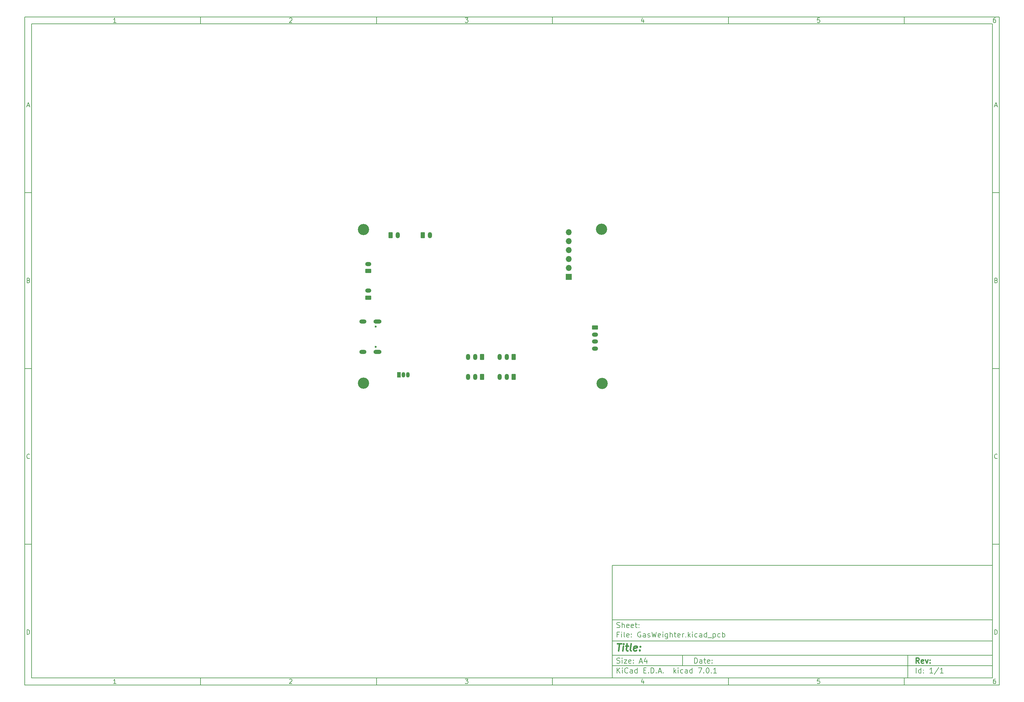
<source format=gbr>
%TF.GenerationSoftware,KiCad,Pcbnew,7.0.1*%
%TF.CreationDate,2023-11-23T19:52:31+01:00*%
%TF.ProjectId,GasWeighter,47617357-6569-4676-9874-65722e6b6963,rev?*%
%TF.SameCoordinates,Original*%
%TF.FileFunction,Soldermask,Bot*%
%TF.FilePolarity,Negative*%
%FSLAX46Y46*%
G04 Gerber Fmt 4.6, Leading zero omitted, Abs format (unit mm)*
G04 Created by KiCad (PCBNEW 7.0.1) date 2023-11-23 19:52:31*
%MOMM*%
%LPD*%
G01*
G04 APERTURE LIST*
G04 Aperture macros list*
%AMRoundRect*
0 Rectangle with rounded corners*
0 $1 Rounding radius*
0 $2 $3 $4 $5 $6 $7 $8 $9 X,Y pos of 4 corners*
0 Add a 4 corners polygon primitive as box body*
4,1,4,$2,$3,$4,$5,$6,$7,$8,$9,$2,$3,0*
0 Add four circle primitives for the rounded corners*
1,1,$1+$1,$2,$3*
1,1,$1+$1,$4,$5*
1,1,$1+$1,$6,$7*
1,1,$1+$1,$8,$9*
0 Add four rect primitives between the rounded corners*
20,1,$1+$1,$2,$3,$4,$5,0*
20,1,$1+$1,$4,$5,$6,$7,0*
20,1,$1+$1,$6,$7,$8,$9,0*
20,1,$1+$1,$8,$9,$2,$3,0*%
G04 Aperture macros list end*
%ADD10C,0.100000*%
%ADD11C,0.150000*%
%ADD12C,0.300000*%
%ADD13C,0.400000*%
%ADD14C,3.200000*%
%ADD15RoundRect,0.250000X-0.350000X-0.625000X0.350000X-0.625000X0.350000X0.625000X-0.350000X0.625000X0*%
%ADD16O,1.200000X1.750000*%
%ADD17RoundRect,0.250000X0.350000X0.625000X-0.350000X0.625000X-0.350000X-0.625000X0.350000X-0.625000X0*%
%ADD18C,0.600000*%
%ADD19O,2.300000X1.200000*%
%ADD20O,2.000000X1.200000*%
%ADD21R,1.700000X1.700000*%
%ADD22O,1.700000X1.700000*%
%ADD23R,1.050000X1.500000*%
%ADD24O,1.050000X1.500000*%
%ADD25RoundRect,0.250000X0.625000X-0.350000X0.625000X0.350000X-0.625000X0.350000X-0.625000X-0.350000X0*%
%ADD26O,1.750000X1.200000*%
%ADD27RoundRect,0.250000X-0.625000X0.350000X-0.625000X-0.350000X0.625000X-0.350000X0.625000X0.350000X0*%
G04 APERTURE END LIST*
D10*
D11*
X177002200Y-166007200D02*
X285002200Y-166007200D01*
X285002200Y-198007200D01*
X177002200Y-198007200D01*
X177002200Y-166007200D01*
D10*
D11*
X10000000Y-10000000D02*
X287002200Y-10000000D01*
X287002200Y-200007200D01*
X10000000Y-200007200D01*
X10000000Y-10000000D01*
D10*
D11*
X12000000Y-12000000D02*
X285002200Y-12000000D01*
X285002200Y-198007200D01*
X12000000Y-198007200D01*
X12000000Y-12000000D01*
D10*
D11*
X60000000Y-12000000D02*
X60000000Y-10000000D01*
D10*
D11*
X110000000Y-12000000D02*
X110000000Y-10000000D01*
D10*
D11*
X160000000Y-12000000D02*
X160000000Y-10000000D01*
D10*
D11*
X210000000Y-12000000D02*
X210000000Y-10000000D01*
D10*
D11*
X260000000Y-12000000D02*
X260000000Y-10000000D01*
D10*
D11*
X35990476Y-11601404D02*
X35247619Y-11601404D01*
X35619047Y-11601404D02*
X35619047Y-10301404D01*
X35619047Y-10301404D02*
X35495238Y-10487119D01*
X35495238Y-10487119D02*
X35371428Y-10610928D01*
X35371428Y-10610928D02*
X35247619Y-10672833D01*
D10*
D11*
X85247619Y-10425214D02*
X85309523Y-10363309D01*
X85309523Y-10363309D02*
X85433333Y-10301404D01*
X85433333Y-10301404D02*
X85742857Y-10301404D01*
X85742857Y-10301404D02*
X85866666Y-10363309D01*
X85866666Y-10363309D02*
X85928571Y-10425214D01*
X85928571Y-10425214D02*
X85990476Y-10549023D01*
X85990476Y-10549023D02*
X85990476Y-10672833D01*
X85990476Y-10672833D02*
X85928571Y-10858547D01*
X85928571Y-10858547D02*
X85185714Y-11601404D01*
X85185714Y-11601404D02*
X85990476Y-11601404D01*
D10*
D11*
X135185714Y-10301404D02*
X135990476Y-10301404D01*
X135990476Y-10301404D02*
X135557142Y-10796642D01*
X135557142Y-10796642D02*
X135742857Y-10796642D01*
X135742857Y-10796642D02*
X135866666Y-10858547D01*
X135866666Y-10858547D02*
X135928571Y-10920452D01*
X135928571Y-10920452D02*
X135990476Y-11044261D01*
X135990476Y-11044261D02*
X135990476Y-11353785D01*
X135990476Y-11353785D02*
X135928571Y-11477595D01*
X135928571Y-11477595D02*
X135866666Y-11539500D01*
X135866666Y-11539500D02*
X135742857Y-11601404D01*
X135742857Y-11601404D02*
X135371428Y-11601404D01*
X135371428Y-11601404D02*
X135247619Y-11539500D01*
X135247619Y-11539500D02*
X135185714Y-11477595D01*
D10*
D11*
X185866666Y-10734738D02*
X185866666Y-11601404D01*
X185557142Y-10239500D02*
X185247619Y-11168071D01*
X185247619Y-11168071D02*
X186052380Y-11168071D01*
D10*
D11*
X235928571Y-10301404D02*
X235309523Y-10301404D01*
X235309523Y-10301404D02*
X235247619Y-10920452D01*
X235247619Y-10920452D02*
X235309523Y-10858547D01*
X235309523Y-10858547D02*
X235433333Y-10796642D01*
X235433333Y-10796642D02*
X235742857Y-10796642D01*
X235742857Y-10796642D02*
X235866666Y-10858547D01*
X235866666Y-10858547D02*
X235928571Y-10920452D01*
X235928571Y-10920452D02*
X235990476Y-11044261D01*
X235990476Y-11044261D02*
X235990476Y-11353785D01*
X235990476Y-11353785D02*
X235928571Y-11477595D01*
X235928571Y-11477595D02*
X235866666Y-11539500D01*
X235866666Y-11539500D02*
X235742857Y-11601404D01*
X235742857Y-11601404D02*
X235433333Y-11601404D01*
X235433333Y-11601404D02*
X235309523Y-11539500D01*
X235309523Y-11539500D02*
X235247619Y-11477595D01*
D10*
D11*
X285866666Y-10301404D02*
X285619047Y-10301404D01*
X285619047Y-10301404D02*
X285495238Y-10363309D01*
X285495238Y-10363309D02*
X285433333Y-10425214D01*
X285433333Y-10425214D02*
X285309523Y-10610928D01*
X285309523Y-10610928D02*
X285247619Y-10858547D01*
X285247619Y-10858547D02*
X285247619Y-11353785D01*
X285247619Y-11353785D02*
X285309523Y-11477595D01*
X285309523Y-11477595D02*
X285371428Y-11539500D01*
X285371428Y-11539500D02*
X285495238Y-11601404D01*
X285495238Y-11601404D02*
X285742857Y-11601404D01*
X285742857Y-11601404D02*
X285866666Y-11539500D01*
X285866666Y-11539500D02*
X285928571Y-11477595D01*
X285928571Y-11477595D02*
X285990476Y-11353785D01*
X285990476Y-11353785D02*
X285990476Y-11044261D01*
X285990476Y-11044261D02*
X285928571Y-10920452D01*
X285928571Y-10920452D02*
X285866666Y-10858547D01*
X285866666Y-10858547D02*
X285742857Y-10796642D01*
X285742857Y-10796642D02*
X285495238Y-10796642D01*
X285495238Y-10796642D02*
X285371428Y-10858547D01*
X285371428Y-10858547D02*
X285309523Y-10920452D01*
X285309523Y-10920452D02*
X285247619Y-11044261D01*
D10*
D11*
X60000000Y-198007200D02*
X60000000Y-200007200D01*
D10*
D11*
X110000000Y-198007200D02*
X110000000Y-200007200D01*
D10*
D11*
X160000000Y-198007200D02*
X160000000Y-200007200D01*
D10*
D11*
X210000000Y-198007200D02*
X210000000Y-200007200D01*
D10*
D11*
X260000000Y-198007200D02*
X260000000Y-200007200D01*
D10*
D11*
X35990476Y-199608604D02*
X35247619Y-199608604D01*
X35619047Y-199608604D02*
X35619047Y-198308604D01*
X35619047Y-198308604D02*
X35495238Y-198494319D01*
X35495238Y-198494319D02*
X35371428Y-198618128D01*
X35371428Y-198618128D02*
X35247619Y-198680033D01*
D10*
D11*
X85247619Y-198432414D02*
X85309523Y-198370509D01*
X85309523Y-198370509D02*
X85433333Y-198308604D01*
X85433333Y-198308604D02*
X85742857Y-198308604D01*
X85742857Y-198308604D02*
X85866666Y-198370509D01*
X85866666Y-198370509D02*
X85928571Y-198432414D01*
X85928571Y-198432414D02*
X85990476Y-198556223D01*
X85990476Y-198556223D02*
X85990476Y-198680033D01*
X85990476Y-198680033D02*
X85928571Y-198865747D01*
X85928571Y-198865747D02*
X85185714Y-199608604D01*
X85185714Y-199608604D02*
X85990476Y-199608604D01*
D10*
D11*
X135185714Y-198308604D02*
X135990476Y-198308604D01*
X135990476Y-198308604D02*
X135557142Y-198803842D01*
X135557142Y-198803842D02*
X135742857Y-198803842D01*
X135742857Y-198803842D02*
X135866666Y-198865747D01*
X135866666Y-198865747D02*
X135928571Y-198927652D01*
X135928571Y-198927652D02*
X135990476Y-199051461D01*
X135990476Y-199051461D02*
X135990476Y-199360985D01*
X135990476Y-199360985D02*
X135928571Y-199484795D01*
X135928571Y-199484795D02*
X135866666Y-199546700D01*
X135866666Y-199546700D02*
X135742857Y-199608604D01*
X135742857Y-199608604D02*
X135371428Y-199608604D01*
X135371428Y-199608604D02*
X135247619Y-199546700D01*
X135247619Y-199546700D02*
X135185714Y-199484795D01*
D10*
D11*
X185866666Y-198741938D02*
X185866666Y-199608604D01*
X185557142Y-198246700D02*
X185247619Y-199175271D01*
X185247619Y-199175271D02*
X186052380Y-199175271D01*
D10*
D11*
X235928571Y-198308604D02*
X235309523Y-198308604D01*
X235309523Y-198308604D02*
X235247619Y-198927652D01*
X235247619Y-198927652D02*
X235309523Y-198865747D01*
X235309523Y-198865747D02*
X235433333Y-198803842D01*
X235433333Y-198803842D02*
X235742857Y-198803842D01*
X235742857Y-198803842D02*
X235866666Y-198865747D01*
X235866666Y-198865747D02*
X235928571Y-198927652D01*
X235928571Y-198927652D02*
X235990476Y-199051461D01*
X235990476Y-199051461D02*
X235990476Y-199360985D01*
X235990476Y-199360985D02*
X235928571Y-199484795D01*
X235928571Y-199484795D02*
X235866666Y-199546700D01*
X235866666Y-199546700D02*
X235742857Y-199608604D01*
X235742857Y-199608604D02*
X235433333Y-199608604D01*
X235433333Y-199608604D02*
X235309523Y-199546700D01*
X235309523Y-199546700D02*
X235247619Y-199484795D01*
D10*
D11*
X285866666Y-198308604D02*
X285619047Y-198308604D01*
X285619047Y-198308604D02*
X285495238Y-198370509D01*
X285495238Y-198370509D02*
X285433333Y-198432414D01*
X285433333Y-198432414D02*
X285309523Y-198618128D01*
X285309523Y-198618128D02*
X285247619Y-198865747D01*
X285247619Y-198865747D02*
X285247619Y-199360985D01*
X285247619Y-199360985D02*
X285309523Y-199484795D01*
X285309523Y-199484795D02*
X285371428Y-199546700D01*
X285371428Y-199546700D02*
X285495238Y-199608604D01*
X285495238Y-199608604D02*
X285742857Y-199608604D01*
X285742857Y-199608604D02*
X285866666Y-199546700D01*
X285866666Y-199546700D02*
X285928571Y-199484795D01*
X285928571Y-199484795D02*
X285990476Y-199360985D01*
X285990476Y-199360985D02*
X285990476Y-199051461D01*
X285990476Y-199051461D02*
X285928571Y-198927652D01*
X285928571Y-198927652D02*
X285866666Y-198865747D01*
X285866666Y-198865747D02*
X285742857Y-198803842D01*
X285742857Y-198803842D02*
X285495238Y-198803842D01*
X285495238Y-198803842D02*
X285371428Y-198865747D01*
X285371428Y-198865747D02*
X285309523Y-198927652D01*
X285309523Y-198927652D02*
X285247619Y-199051461D01*
D10*
D11*
X10000000Y-60000000D02*
X12000000Y-60000000D01*
D10*
D11*
X10000000Y-110000000D02*
X12000000Y-110000000D01*
D10*
D11*
X10000000Y-160000000D02*
X12000000Y-160000000D01*
D10*
D11*
X10690476Y-35229976D02*
X11309523Y-35229976D01*
X10566666Y-35601404D02*
X10999999Y-34301404D01*
X10999999Y-34301404D02*
X11433333Y-35601404D01*
D10*
D11*
X11092857Y-84920452D02*
X11278571Y-84982357D01*
X11278571Y-84982357D02*
X11340476Y-85044261D01*
X11340476Y-85044261D02*
X11402380Y-85168071D01*
X11402380Y-85168071D02*
X11402380Y-85353785D01*
X11402380Y-85353785D02*
X11340476Y-85477595D01*
X11340476Y-85477595D02*
X11278571Y-85539500D01*
X11278571Y-85539500D02*
X11154761Y-85601404D01*
X11154761Y-85601404D02*
X10659523Y-85601404D01*
X10659523Y-85601404D02*
X10659523Y-84301404D01*
X10659523Y-84301404D02*
X11092857Y-84301404D01*
X11092857Y-84301404D02*
X11216666Y-84363309D01*
X11216666Y-84363309D02*
X11278571Y-84425214D01*
X11278571Y-84425214D02*
X11340476Y-84549023D01*
X11340476Y-84549023D02*
X11340476Y-84672833D01*
X11340476Y-84672833D02*
X11278571Y-84796642D01*
X11278571Y-84796642D02*
X11216666Y-84858547D01*
X11216666Y-84858547D02*
X11092857Y-84920452D01*
X11092857Y-84920452D02*
X10659523Y-84920452D01*
D10*
D11*
X11402380Y-135477595D02*
X11340476Y-135539500D01*
X11340476Y-135539500D02*
X11154761Y-135601404D01*
X11154761Y-135601404D02*
X11030952Y-135601404D01*
X11030952Y-135601404D02*
X10845238Y-135539500D01*
X10845238Y-135539500D02*
X10721428Y-135415690D01*
X10721428Y-135415690D02*
X10659523Y-135291880D01*
X10659523Y-135291880D02*
X10597619Y-135044261D01*
X10597619Y-135044261D02*
X10597619Y-134858547D01*
X10597619Y-134858547D02*
X10659523Y-134610928D01*
X10659523Y-134610928D02*
X10721428Y-134487119D01*
X10721428Y-134487119D02*
X10845238Y-134363309D01*
X10845238Y-134363309D02*
X11030952Y-134301404D01*
X11030952Y-134301404D02*
X11154761Y-134301404D01*
X11154761Y-134301404D02*
X11340476Y-134363309D01*
X11340476Y-134363309D02*
X11402380Y-134425214D01*
D10*
D11*
X10659523Y-185601404D02*
X10659523Y-184301404D01*
X10659523Y-184301404D02*
X10969047Y-184301404D01*
X10969047Y-184301404D02*
X11154761Y-184363309D01*
X11154761Y-184363309D02*
X11278571Y-184487119D01*
X11278571Y-184487119D02*
X11340476Y-184610928D01*
X11340476Y-184610928D02*
X11402380Y-184858547D01*
X11402380Y-184858547D02*
X11402380Y-185044261D01*
X11402380Y-185044261D02*
X11340476Y-185291880D01*
X11340476Y-185291880D02*
X11278571Y-185415690D01*
X11278571Y-185415690D02*
X11154761Y-185539500D01*
X11154761Y-185539500D02*
X10969047Y-185601404D01*
X10969047Y-185601404D02*
X10659523Y-185601404D01*
D10*
D11*
X287002200Y-60000000D02*
X285002200Y-60000000D01*
D10*
D11*
X287002200Y-110000000D02*
X285002200Y-110000000D01*
D10*
D11*
X287002200Y-160000000D02*
X285002200Y-160000000D01*
D10*
D11*
X285692676Y-35229976D02*
X286311723Y-35229976D01*
X285568866Y-35601404D02*
X286002199Y-34301404D01*
X286002199Y-34301404D02*
X286435533Y-35601404D01*
D10*
D11*
X286095057Y-84920452D02*
X286280771Y-84982357D01*
X286280771Y-84982357D02*
X286342676Y-85044261D01*
X286342676Y-85044261D02*
X286404580Y-85168071D01*
X286404580Y-85168071D02*
X286404580Y-85353785D01*
X286404580Y-85353785D02*
X286342676Y-85477595D01*
X286342676Y-85477595D02*
X286280771Y-85539500D01*
X286280771Y-85539500D02*
X286156961Y-85601404D01*
X286156961Y-85601404D02*
X285661723Y-85601404D01*
X285661723Y-85601404D02*
X285661723Y-84301404D01*
X285661723Y-84301404D02*
X286095057Y-84301404D01*
X286095057Y-84301404D02*
X286218866Y-84363309D01*
X286218866Y-84363309D02*
X286280771Y-84425214D01*
X286280771Y-84425214D02*
X286342676Y-84549023D01*
X286342676Y-84549023D02*
X286342676Y-84672833D01*
X286342676Y-84672833D02*
X286280771Y-84796642D01*
X286280771Y-84796642D02*
X286218866Y-84858547D01*
X286218866Y-84858547D02*
X286095057Y-84920452D01*
X286095057Y-84920452D02*
X285661723Y-84920452D01*
D10*
D11*
X286404580Y-135477595D02*
X286342676Y-135539500D01*
X286342676Y-135539500D02*
X286156961Y-135601404D01*
X286156961Y-135601404D02*
X286033152Y-135601404D01*
X286033152Y-135601404D02*
X285847438Y-135539500D01*
X285847438Y-135539500D02*
X285723628Y-135415690D01*
X285723628Y-135415690D02*
X285661723Y-135291880D01*
X285661723Y-135291880D02*
X285599819Y-135044261D01*
X285599819Y-135044261D02*
X285599819Y-134858547D01*
X285599819Y-134858547D02*
X285661723Y-134610928D01*
X285661723Y-134610928D02*
X285723628Y-134487119D01*
X285723628Y-134487119D02*
X285847438Y-134363309D01*
X285847438Y-134363309D02*
X286033152Y-134301404D01*
X286033152Y-134301404D02*
X286156961Y-134301404D01*
X286156961Y-134301404D02*
X286342676Y-134363309D01*
X286342676Y-134363309D02*
X286404580Y-134425214D01*
D10*
D11*
X285661723Y-185601404D02*
X285661723Y-184301404D01*
X285661723Y-184301404D02*
X285971247Y-184301404D01*
X285971247Y-184301404D02*
X286156961Y-184363309D01*
X286156961Y-184363309D02*
X286280771Y-184487119D01*
X286280771Y-184487119D02*
X286342676Y-184610928D01*
X286342676Y-184610928D02*
X286404580Y-184858547D01*
X286404580Y-184858547D02*
X286404580Y-185044261D01*
X286404580Y-185044261D02*
X286342676Y-185291880D01*
X286342676Y-185291880D02*
X286280771Y-185415690D01*
X286280771Y-185415690D02*
X286156961Y-185539500D01*
X286156961Y-185539500D02*
X285971247Y-185601404D01*
X285971247Y-185601404D02*
X285661723Y-185601404D01*
D10*
D11*
X200359342Y-193801128D02*
X200359342Y-192301128D01*
X200359342Y-192301128D02*
X200716485Y-192301128D01*
X200716485Y-192301128D02*
X200930771Y-192372557D01*
X200930771Y-192372557D02*
X201073628Y-192515414D01*
X201073628Y-192515414D02*
X201145057Y-192658271D01*
X201145057Y-192658271D02*
X201216485Y-192943985D01*
X201216485Y-192943985D02*
X201216485Y-193158271D01*
X201216485Y-193158271D02*
X201145057Y-193443985D01*
X201145057Y-193443985D02*
X201073628Y-193586842D01*
X201073628Y-193586842D02*
X200930771Y-193729700D01*
X200930771Y-193729700D02*
X200716485Y-193801128D01*
X200716485Y-193801128D02*
X200359342Y-193801128D01*
X202502200Y-193801128D02*
X202502200Y-193015414D01*
X202502200Y-193015414D02*
X202430771Y-192872557D01*
X202430771Y-192872557D02*
X202287914Y-192801128D01*
X202287914Y-192801128D02*
X202002200Y-192801128D01*
X202002200Y-192801128D02*
X201859342Y-192872557D01*
X202502200Y-193729700D02*
X202359342Y-193801128D01*
X202359342Y-193801128D02*
X202002200Y-193801128D01*
X202002200Y-193801128D02*
X201859342Y-193729700D01*
X201859342Y-193729700D02*
X201787914Y-193586842D01*
X201787914Y-193586842D02*
X201787914Y-193443985D01*
X201787914Y-193443985D02*
X201859342Y-193301128D01*
X201859342Y-193301128D02*
X202002200Y-193229700D01*
X202002200Y-193229700D02*
X202359342Y-193229700D01*
X202359342Y-193229700D02*
X202502200Y-193158271D01*
X203002200Y-192801128D02*
X203573628Y-192801128D01*
X203216485Y-192301128D02*
X203216485Y-193586842D01*
X203216485Y-193586842D02*
X203287914Y-193729700D01*
X203287914Y-193729700D02*
X203430771Y-193801128D01*
X203430771Y-193801128D02*
X203573628Y-193801128D01*
X204645057Y-193729700D02*
X204502200Y-193801128D01*
X204502200Y-193801128D02*
X204216486Y-193801128D01*
X204216486Y-193801128D02*
X204073628Y-193729700D01*
X204073628Y-193729700D02*
X204002200Y-193586842D01*
X204002200Y-193586842D02*
X204002200Y-193015414D01*
X204002200Y-193015414D02*
X204073628Y-192872557D01*
X204073628Y-192872557D02*
X204216486Y-192801128D01*
X204216486Y-192801128D02*
X204502200Y-192801128D01*
X204502200Y-192801128D02*
X204645057Y-192872557D01*
X204645057Y-192872557D02*
X204716486Y-193015414D01*
X204716486Y-193015414D02*
X204716486Y-193158271D01*
X204716486Y-193158271D02*
X204002200Y-193301128D01*
X205359342Y-193658271D02*
X205430771Y-193729700D01*
X205430771Y-193729700D02*
X205359342Y-193801128D01*
X205359342Y-193801128D02*
X205287914Y-193729700D01*
X205287914Y-193729700D02*
X205359342Y-193658271D01*
X205359342Y-193658271D02*
X205359342Y-193801128D01*
X205359342Y-192872557D02*
X205430771Y-192943985D01*
X205430771Y-192943985D02*
X205359342Y-193015414D01*
X205359342Y-193015414D02*
X205287914Y-192943985D01*
X205287914Y-192943985D02*
X205359342Y-192872557D01*
X205359342Y-192872557D02*
X205359342Y-193015414D01*
D10*
D11*
X177002200Y-194507200D02*
X285002200Y-194507200D01*
D10*
D11*
X178359342Y-196601128D02*
X178359342Y-195101128D01*
X179216485Y-196601128D02*
X178573628Y-195743985D01*
X179216485Y-195101128D02*
X178359342Y-195958271D01*
X179859342Y-196601128D02*
X179859342Y-195601128D01*
X179859342Y-195101128D02*
X179787914Y-195172557D01*
X179787914Y-195172557D02*
X179859342Y-195243985D01*
X179859342Y-195243985D02*
X179930771Y-195172557D01*
X179930771Y-195172557D02*
X179859342Y-195101128D01*
X179859342Y-195101128D02*
X179859342Y-195243985D01*
X181430771Y-196458271D02*
X181359343Y-196529700D01*
X181359343Y-196529700D02*
X181145057Y-196601128D01*
X181145057Y-196601128D02*
X181002200Y-196601128D01*
X181002200Y-196601128D02*
X180787914Y-196529700D01*
X180787914Y-196529700D02*
X180645057Y-196386842D01*
X180645057Y-196386842D02*
X180573628Y-196243985D01*
X180573628Y-196243985D02*
X180502200Y-195958271D01*
X180502200Y-195958271D02*
X180502200Y-195743985D01*
X180502200Y-195743985D02*
X180573628Y-195458271D01*
X180573628Y-195458271D02*
X180645057Y-195315414D01*
X180645057Y-195315414D02*
X180787914Y-195172557D01*
X180787914Y-195172557D02*
X181002200Y-195101128D01*
X181002200Y-195101128D02*
X181145057Y-195101128D01*
X181145057Y-195101128D02*
X181359343Y-195172557D01*
X181359343Y-195172557D02*
X181430771Y-195243985D01*
X182716486Y-196601128D02*
X182716486Y-195815414D01*
X182716486Y-195815414D02*
X182645057Y-195672557D01*
X182645057Y-195672557D02*
X182502200Y-195601128D01*
X182502200Y-195601128D02*
X182216486Y-195601128D01*
X182216486Y-195601128D02*
X182073628Y-195672557D01*
X182716486Y-196529700D02*
X182573628Y-196601128D01*
X182573628Y-196601128D02*
X182216486Y-196601128D01*
X182216486Y-196601128D02*
X182073628Y-196529700D01*
X182073628Y-196529700D02*
X182002200Y-196386842D01*
X182002200Y-196386842D02*
X182002200Y-196243985D01*
X182002200Y-196243985D02*
X182073628Y-196101128D01*
X182073628Y-196101128D02*
X182216486Y-196029700D01*
X182216486Y-196029700D02*
X182573628Y-196029700D01*
X182573628Y-196029700D02*
X182716486Y-195958271D01*
X184073629Y-196601128D02*
X184073629Y-195101128D01*
X184073629Y-196529700D02*
X183930771Y-196601128D01*
X183930771Y-196601128D02*
X183645057Y-196601128D01*
X183645057Y-196601128D02*
X183502200Y-196529700D01*
X183502200Y-196529700D02*
X183430771Y-196458271D01*
X183430771Y-196458271D02*
X183359343Y-196315414D01*
X183359343Y-196315414D02*
X183359343Y-195886842D01*
X183359343Y-195886842D02*
X183430771Y-195743985D01*
X183430771Y-195743985D02*
X183502200Y-195672557D01*
X183502200Y-195672557D02*
X183645057Y-195601128D01*
X183645057Y-195601128D02*
X183930771Y-195601128D01*
X183930771Y-195601128D02*
X184073629Y-195672557D01*
X185930771Y-195815414D02*
X186430771Y-195815414D01*
X186645057Y-196601128D02*
X185930771Y-196601128D01*
X185930771Y-196601128D02*
X185930771Y-195101128D01*
X185930771Y-195101128D02*
X186645057Y-195101128D01*
X187287914Y-196458271D02*
X187359343Y-196529700D01*
X187359343Y-196529700D02*
X187287914Y-196601128D01*
X187287914Y-196601128D02*
X187216486Y-196529700D01*
X187216486Y-196529700D02*
X187287914Y-196458271D01*
X187287914Y-196458271D02*
X187287914Y-196601128D01*
X188002200Y-196601128D02*
X188002200Y-195101128D01*
X188002200Y-195101128D02*
X188359343Y-195101128D01*
X188359343Y-195101128D02*
X188573629Y-195172557D01*
X188573629Y-195172557D02*
X188716486Y-195315414D01*
X188716486Y-195315414D02*
X188787915Y-195458271D01*
X188787915Y-195458271D02*
X188859343Y-195743985D01*
X188859343Y-195743985D02*
X188859343Y-195958271D01*
X188859343Y-195958271D02*
X188787915Y-196243985D01*
X188787915Y-196243985D02*
X188716486Y-196386842D01*
X188716486Y-196386842D02*
X188573629Y-196529700D01*
X188573629Y-196529700D02*
X188359343Y-196601128D01*
X188359343Y-196601128D02*
X188002200Y-196601128D01*
X189502200Y-196458271D02*
X189573629Y-196529700D01*
X189573629Y-196529700D02*
X189502200Y-196601128D01*
X189502200Y-196601128D02*
X189430772Y-196529700D01*
X189430772Y-196529700D02*
X189502200Y-196458271D01*
X189502200Y-196458271D02*
X189502200Y-196601128D01*
X190145058Y-196172557D02*
X190859344Y-196172557D01*
X190002201Y-196601128D02*
X190502201Y-195101128D01*
X190502201Y-195101128D02*
X191002201Y-196601128D01*
X191502200Y-196458271D02*
X191573629Y-196529700D01*
X191573629Y-196529700D02*
X191502200Y-196601128D01*
X191502200Y-196601128D02*
X191430772Y-196529700D01*
X191430772Y-196529700D02*
X191502200Y-196458271D01*
X191502200Y-196458271D02*
X191502200Y-196601128D01*
X194502200Y-196601128D02*
X194502200Y-195101128D01*
X194645058Y-196029700D02*
X195073629Y-196601128D01*
X195073629Y-195601128D02*
X194502200Y-196172557D01*
X195716486Y-196601128D02*
X195716486Y-195601128D01*
X195716486Y-195101128D02*
X195645058Y-195172557D01*
X195645058Y-195172557D02*
X195716486Y-195243985D01*
X195716486Y-195243985D02*
X195787915Y-195172557D01*
X195787915Y-195172557D02*
X195716486Y-195101128D01*
X195716486Y-195101128D02*
X195716486Y-195243985D01*
X197073630Y-196529700D02*
X196930772Y-196601128D01*
X196930772Y-196601128D02*
X196645058Y-196601128D01*
X196645058Y-196601128D02*
X196502201Y-196529700D01*
X196502201Y-196529700D02*
X196430772Y-196458271D01*
X196430772Y-196458271D02*
X196359344Y-196315414D01*
X196359344Y-196315414D02*
X196359344Y-195886842D01*
X196359344Y-195886842D02*
X196430772Y-195743985D01*
X196430772Y-195743985D02*
X196502201Y-195672557D01*
X196502201Y-195672557D02*
X196645058Y-195601128D01*
X196645058Y-195601128D02*
X196930772Y-195601128D01*
X196930772Y-195601128D02*
X197073630Y-195672557D01*
X198359344Y-196601128D02*
X198359344Y-195815414D01*
X198359344Y-195815414D02*
X198287915Y-195672557D01*
X198287915Y-195672557D02*
X198145058Y-195601128D01*
X198145058Y-195601128D02*
X197859344Y-195601128D01*
X197859344Y-195601128D02*
X197716486Y-195672557D01*
X198359344Y-196529700D02*
X198216486Y-196601128D01*
X198216486Y-196601128D02*
X197859344Y-196601128D01*
X197859344Y-196601128D02*
X197716486Y-196529700D01*
X197716486Y-196529700D02*
X197645058Y-196386842D01*
X197645058Y-196386842D02*
X197645058Y-196243985D01*
X197645058Y-196243985D02*
X197716486Y-196101128D01*
X197716486Y-196101128D02*
X197859344Y-196029700D01*
X197859344Y-196029700D02*
X198216486Y-196029700D01*
X198216486Y-196029700D02*
X198359344Y-195958271D01*
X199716487Y-196601128D02*
X199716487Y-195101128D01*
X199716487Y-196529700D02*
X199573629Y-196601128D01*
X199573629Y-196601128D02*
X199287915Y-196601128D01*
X199287915Y-196601128D02*
X199145058Y-196529700D01*
X199145058Y-196529700D02*
X199073629Y-196458271D01*
X199073629Y-196458271D02*
X199002201Y-196315414D01*
X199002201Y-196315414D02*
X199002201Y-195886842D01*
X199002201Y-195886842D02*
X199073629Y-195743985D01*
X199073629Y-195743985D02*
X199145058Y-195672557D01*
X199145058Y-195672557D02*
X199287915Y-195601128D01*
X199287915Y-195601128D02*
X199573629Y-195601128D01*
X199573629Y-195601128D02*
X199716487Y-195672557D01*
X201430772Y-195101128D02*
X202430772Y-195101128D01*
X202430772Y-195101128D02*
X201787915Y-196601128D01*
X203002200Y-196458271D02*
X203073629Y-196529700D01*
X203073629Y-196529700D02*
X203002200Y-196601128D01*
X203002200Y-196601128D02*
X202930772Y-196529700D01*
X202930772Y-196529700D02*
X203002200Y-196458271D01*
X203002200Y-196458271D02*
X203002200Y-196601128D01*
X204002201Y-195101128D02*
X204145058Y-195101128D01*
X204145058Y-195101128D02*
X204287915Y-195172557D01*
X204287915Y-195172557D02*
X204359344Y-195243985D01*
X204359344Y-195243985D02*
X204430772Y-195386842D01*
X204430772Y-195386842D02*
X204502201Y-195672557D01*
X204502201Y-195672557D02*
X204502201Y-196029700D01*
X204502201Y-196029700D02*
X204430772Y-196315414D01*
X204430772Y-196315414D02*
X204359344Y-196458271D01*
X204359344Y-196458271D02*
X204287915Y-196529700D01*
X204287915Y-196529700D02*
X204145058Y-196601128D01*
X204145058Y-196601128D02*
X204002201Y-196601128D01*
X204002201Y-196601128D02*
X203859344Y-196529700D01*
X203859344Y-196529700D02*
X203787915Y-196458271D01*
X203787915Y-196458271D02*
X203716486Y-196315414D01*
X203716486Y-196315414D02*
X203645058Y-196029700D01*
X203645058Y-196029700D02*
X203645058Y-195672557D01*
X203645058Y-195672557D02*
X203716486Y-195386842D01*
X203716486Y-195386842D02*
X203787915Y-195243985D01*
X203787915Y-195243985D02*
X203859344Y-195172557D01*
X203859344Y-195172557D02*
X204002201Y-195101128D01*
X205145057Y-196458271D02*
X205216486Y-196529700D01*
X205216486Y-196529700D02*
X205145057Y-196601128D01*
X205145057Y-196601128D02*
X205073629Y-196529700D01*
X205073629Y-196529700D02*
X205145057Y-196458271D01*
X205145057Y-196458271D02*
X205145057Y-196601128D01*
X206645058Y-196601128D02*
X205787915Y-196601128D01*
X206216486Y-196601128D02*
X206216486Y-195101128D01*
X206216486Y-195101128D02*
X206073629Y-195315414D01*
X206073629Y-195315414D02*
X205930772Y-195458271D01*
X205930772Y-195458271D02*
X205787915Y-195529700D01*
D10*
D11*
X177002200Y-191507200D02*
X285002200Y-191507200D01*
D10*
D12*
X264216485Y-193801128D02*
X263716485Y-193086842D01*
X263359342Y-193801128D02*
X263359342Y-192301128D01*
X263359342Y-192301128D02*
X263930771Y-192301128D01*
X263930771Y-192301128D02*
X264073628Y-192372557D01*
X264073628Y-192372557D02*
X264145057Y-192443985D01*
X264145057Y-192443985D02*
X264216485Y-192586842D01*
X264216485Y-192586842D02*
X264216485Y-192801128D01*
X264216485Y-192801128D02*
X264145057Y-192943985D01*
X264145057Y-192943985D02*
X264073628Y-193015414D01*
X264073628Y-193015414D02*
X263930771Y-193086842D01*
X263930771Y-193086842D02*
X263359342Y-193086842D01*
X265430771Y-193729700D02*
X265287914Y-193801128D01*
X265287914Y-193801128D02*
X265002200Y-193801128D01*
X265002200Y-193801128D02*
X264859342Y-193729700D01*
X264859342Y-193729700D02*
X264787914Y-193586842D01*
X264787914Y-193586842D02*
X264787914Y-193015414D01*
X264787914Y-193015414D02*
X264859342Y-192872557D01*
X264859342Y-192872557D02*
X265002200Y-192801128D01*
X265002200Y-192801128D02*
X265287914Y-192801128D01*
X265287914Y-192801128D02*
X265430771Y-192872557D01*
X265430771Y-192872557D02*
X265502200Y-193015414D01*
X265502200Y-193015414D02*
X265502200Y-193158271D01*
X265502200Y-193158271D02*
X264787914Y-193301128D01*
X266002199Y-192801128D02*
X266359342Y-193801128D01*
X266359342Y-193801128D02*
X266716485Y-192801128D01*
X267287913Y-193658271D02*
X267359342Y-193729700D01*
X267359342Y-193729700D02*
X267287913Y-193801128D01*
X267287913Y-193801128D02*
X267216485Y-193729700D01*
X267216485Y-193729700D02*
X267287913Y-193658271D01*
X267287913Y-193658271D02*
X267287913Y-193801128D01*
X267287913Y-192872557D02*
X267359342Y-192943985D01*
X267359342Y-192943985D02*
X267287913Y-193015414D01*
X267287913Y-193015414D02*
X267216485Y-192943985D01*
X267216485Y-192943985D02*
X267287913Y-192872557D01*
X267287913Y-192872557D02*
X267287913Y-193015414D01*
D10*
D11*
X178287914Y-193729700D02*
X178502200Y-193801128D01*
X178502200Y-193801128D02*
X178859342Y-193801128D01*
X178859342Y-193801128D02*
X179002200Y-193729700D01*
X179002200Y-193729700D02*
X179073628Y-193658271D01*
X179073628Y-193658271D02*
X179145057Y-193515414D01*
X179145057Y-193515414D02*
X179145057Y-193372557D01*
X179145057Y-193372557D02*
X179073628Y-193229700D01*
X179073628Y-193229700D02*
X179002200Y-193158271D01*
X179002200Y-193158271D02*
X178859342Y-193086842D01*
X178859342Y-193086842D02*
X178573628Y-193015414D01*
X178573628Y-193015414D02*
X178430771Y-192943985D01*
X178430771Y-192943985D02*
X178359342Y-192872557D01*
X178359342Y-192872557D02*
X178287914Y-192729700D01*
X178287914Y-192729700D02*
X178287914Y-192586842D01*
X178287914Y-192586842D02*
X178359342Y-192443985D01*
X178359342Y-192443985D02*
X178430771Y-192372557D01*
X178430771Y-192372557D02*
X178573628Y-192301128D01*
X178573628Y-192301128D02*
X178930771Y-192301128D01*
X178930771Y-192301128D02*
X179145057Y-192372557D01*
X179787913Y-193801128D02*
X179787913Y-192801128D01*
X179787913Y-192301128D02*
X179716485Y-192372557D01*
X179716485Y-192372557D02*
X179787913Y-192443985D01*
X179787913Y-192443985D02*
X179859342Y-192372557D01*
X179859342Y-192372557D02*
X179787913Y-192301128D01*
X179787913Y-192301128D02*
X179787913Y-192443985D01*
X180359342Y-192801128D02*
X181145057Y-192801128D01*
X181145057Y-192801128D02*
X180359342Y-193801128D01*
X180359342Y-193801128D02*
X181145057Y-193801128D01*
X182287914Y-193729700D02*
X182145057Y-193801128D01*
X182145057Y-193801128D02*
X181859343Y-193801128D01*
X181859343Y-193801128D02*
X181716485Y-193729700D01*
X181716485Y-193729700D02*
X181645057Y-193586842D01*
X181645057Y-193586842D02*
X181645057Y-193015414D01*
X181645057Y-193015414D02*
X181716485Y-192872557D01*
X181716485Y-192872557D02*
X181859343Y-192801128D01*
X181859343Y-192801128D02*
X182145057Y-192801128D01*
X182145057Y-192801128D02*
X182287914Y-192872557D01*
X182287914Y-192872557D02*
X182359343Y-193015414D01*
X182359343Y-193015414D02*
X182359343Y-193158271D01*
X182359343Y-193158271D02*
X181645057Y-193301128D01*
X183002199Y-193658271D02*
X183073628Y-193729700D01*
X183073628Y-193729700D02*
X183002199Y-193801128D01*
X183002199Y-193801128D02*
X182930771Y-193729700D01*
X182930771Y-193729700D02*
X183002199Y-193658271D01*
X183002199Y-193658271D02*
X183002199Y-193801128D01*
X183002199Y-192872557D02*
X183073628Y-192943985D01*
X183073628Y-192943985D02*
X183002199Y-193015414D01*
X183002199Y-193015414D02*
X182930771Y-192943985D01*
X182930771Y-192943985D02*
X183002199Y-192872557D01*
X183002199Y-192872557D02*
X183002199Y-193015414D01*
X184787914Y-193372557D02*
X185502200Y-193372557D01*
X184645057Y-193801128D02*
X185145057Y-192301128D01*
X185145057Y-192301128D02*
X185645057Y-193801128D01*
X186787914Y-192801128D02*
X186787914Y-193801128D01*
X186430771Y-192229700D02*
X186073628Y-193301128D01*
X186073628Y-193301128D02*
X187002199Y-193301128D01*
D10*
D11*
X263359342Y-196601128D02*
X263359342Y-195101128D01*
X264716486Y-196601128D02*
X264716486Y-195101128D01*
X264716486Y-196529700D02*
X264573628Y-196601128D01*
X264573628Y-196601128D02*
X264287914Y-196601128D01*
X264287914Y-196601128D02*
X264145057Y-196529700D01*
X264145057Y-196529700D02*
X264073628Y-196458271D01*
X264073628Y-196458271D02*
X264002200Y-196315414D01*
X264002200Y-196315414D02*
X264002200Y-195886842D01*
X264002200Y-195886842D02*
X264073628Y-195743985D01*
X264073628Y-195743985D02*
X264145057Y-195672557D01*
X264145057Y-195672557D02*
X264287914Y-195601128D01*
X264287914Y-195601128D02*
X264573628Y-195601128D01*
X264573628Y-195601128D02*
X264716486Y-195672557D01*
X265430771Y-196458271D02*
X265502200Y-196529700D01*
X265502200Y-196529700D02*
X265430771Y-196601128D01*
X265430771Y-196601128D02*
X265359343Y-196529700D01*
X265359343Y-196529700D02*
X265430771Y-196458271D01*
X265430771Y-196458271D02*
X265430771Y-196601128D01*
X265430771Y-195672557D02*
X265502200Y-195743985D01*
X265502200Y-195743985D02*
X265430771Y-195815414D01*
X265430771Y-195815414D02*
X265359343Y-195743985D01*
X265359343Y-195743985D02*
X265430771Y-195672557D01*
X265430771Y-195672557D02*
X265430771Y-195815414D01*
X268073629Y-196601128D02*
X267216486Y-196601128D01*
X267645057Y-196601128D02*
X267645057Y-195101128D01*
X267645057Y-195101128D02*
X267502200Y-195315414D01*
X267502200Y-195315414D02*
X267359343Y-195458271D01*
X267359343Y-195458271D02*
X267216486Y-195529700D01*
X269787914Y-195029700D02*
X268502200Y-196958271D01*
X271073629Y-196601128D02*
X270216486Y-196601128D01*
X270645057Y-196601128D02*
X270645057Y-195101128D01*
X270645057Y-195101128D02*
X270502200Y-195315414D01*
X270502200Y-195315414D02*
X270359343Y-195458271D01*
X270359343Y-195458271D02*
X270216486Y-195529700D01*
D10*
D11*
X177002200Y-187507200D02*
X285002200Y-187507200D01*
D10*
D13*
X178430771Y-188232438D02*
X179573628Y-188232438D01*
X178752200Y-190232438D02*
X179002200Y-188232438D01*
X179978390Y-190232438D02*
X180145057Y-188899104D01*
X180228390Y-188232438D02*
X180121247Y-188327676D01*
X180121247Y-188327676D02*
X180204581Y-188422914D01*
X180204581Y-188422914D02*
X180311724Y-188327676D01*
X180311724Y-188327676D02*
X180228390Y-188232438D01*
X180228390Y-188232438D02*
X180204581Y-188422914D01*
X180799819Y-188899104D02*
X181561723Y-188899104D01*
X181168866Y-188232438D02*
X180954581Y-189946723D01*
X180954581Y-189946723D02*
X181026009Y-190137200D01*
X181026009Y-190137200D02*
X181204581Y-190232438D01*
X181204581Y-190232438D02*
X181395057Y-190232438D01*
X182335533Y-190232438D02*
X182156961Y-190137200D01*
X182156961Y-190137200D02*
X182085533Y-189946723D01*
X182085533Y-189946723D02*
X182299818Y-188232438D01*
X183859342Y-190137200D02*
X183656961Y-190232438D01*
X183656961Y-190232438D02*
X183276008Y-190232438D01*
X183276008Y-190232438D02*
X183097437Y-190137200D01*
X183097437Y-190137200D02*
X183026008Y-189946723D01*
X183026008Y-189946723D02*
X183121247Y-189184819D01*
X183121247Y-189184819D02*
X183240294Y-188994342D01*
X183240294Y-188994342D02*
X183442675Y-188899104D01*
X183442675Y-188899104D02*
X183823627Y-188899104D01*
X183823627Y-188899104D02*
X184002199Y-188994342D01*
X184002199Y-188994342D02*
X184073627Y-189184819D01*
X184073627Y-189184819D02*
X184049818Y-189375295D01*
X184049818Y-189375295D02*
X183073627Y-189565771D01*
X184811723Y-190041961D02*
X184895056Y-190137200D01*
X184895056Y-190137200D02*
X184787913Y-190232438D01*
X184787913Y-190232438D02*
X184704580Y-190137200D01*
X184704580Y-190137200D02*
X184811723Y-190041961D01*
X184811723Y-190041961D02*
X184787913Y-190232438D01*
X184942675Y-188994342D02*
X185026008Y-189089580D01*
X185026008Y-189089580D02*
X184918866Y-189184819D01*
X184918866Y-189184819D02*
X184835532Y-189089580D01*
X184835532Y-189089580D02*
X184942675Y-188994342D01*
X184942675Y-188994342D02*
X184918866Y-189184819D01*
D10*
D11*
X178859342Y-185615414D02*
X178359342Y-185615414D01*
X178359342Y-186401128D02*
X178359342Y-184901128D01*
X178359342Y-184901128D02*
X179073628Y-184901128D01*
X179645056Y-186401128D02*
X179645056Y-185401128D01*
X179645056Y-184901128D02*
X179573628Y-184972557D01*
X179573628Y-184972557D02*
X179645056Y-185043985D01*
X179645056Y-185043985D02*
X179716485Y-184972557D01*
X179716485Y-184972557D02*
X179645056Y-184901128D01*
X179645056Y-184901128D02*
X179645056Y-185043985D01*
X180573628Y-186401128D02*
X180430771Y-186329700D01*
X180430771Y-186329700D02*
X180359342Y-186186842D01*
X180359342Y-186186842D02*
X180359342Y-184901128D01*
X181716485Y-186329700D02*
X181573628Y-186401128D01*
X181573628Y-186401128D02*
X181287914Y-186401128D01*
X181287914Y-186401128D02*
X181145056Y-186329700D01*
X181145056Y-186329700D02*
X181073628Y-186186842D01*
X181073628Y-186186842D02*
X181073628Y-185615414D01*
X181073628Y-185615414D02*
X181145056Y-185472557D01*
X181145056Y-185472557D02*
X181287914Y-185401128D01*
X181287914Y-185401128D02*
X181573628Y-185401128D01*
X181573628Y-185401128D02*
X181716485Y-185472557D01*
X181716485Y-185472557D02*
X181787914Y-185615414D01*
X181787914Y-185615414D02*
X181787914Y-185758271D01*
X181787914Y-185758271D02*
X181073628Y-185901128D01*
X182430770Y-186258271D02*
X182502199Y-186329700D01*
X182502199Y-186329700D02*
X182430770Y-186401128D01*
X182430770Y-186401128D02*
X182359342Y-186329700D01*
X182359342Y-186329700D02*
X182430770Y-186258271D01*
X182430770Y-186258271D02*
X182430770Y-186401128D01*
X182430770Y-185472557D02*
X182502199Y-185543985D01*
X182502199Y-185543985D02*
X182430770Y-185615414D01*
X182430770Y-185615414D02*
X182359342Y-185543985D01*
X182359342Y-185543985D02*
X182430770Y-185472557D01*
X182430770Y-185472557D02*
X182430770Y-185615414D01*
X185073628Y-184972557D02*
X184930771Y-184901128D01*
X184930771Y-184901128D02*
X184716485Y-184901128D01*
X184716485Y-184901128D02*
X184502199Y-184972557D01*
X184502199Y-184972557D02*
X184359342Y-185115414D01*
X184359342Y-185115414D02*
X184287913Y-185258271D01*
X184287913Y-185258271D02*
X184216485Y-185543985D01*
X184216485Y-185543985D02*
X184216485Y-185758271D01*
X184216485Y-185758271D02*
X184287913Y-186043985D01*
X184287913Y-186043985D02*
X184359342Y-186186842D01*
X184359342Y-186186842D02*
X184502199Y-186329700D01*
X184502199Y-186329700D02*
X184716485Y-186401128D01*
X184716485Y-186401128D02*
X184859342Y-186401128D01*
X184859342Y-186401128D02*
X185073628Y-186329700D01*
X185073628Y-186329700D02*
X185145056Y-186258271D01*
X185145056Y-186258271D02*
X185145056Y-185758271D01*
X185145056Y-185758271D02*
X184859342Y-185758271D01*
X186430771Y-186401128D02*
X186430771Y-185615414D01*
X186430771Y-185615414D02*
X186359342Y-185472557D01*
X186359342Y-185472557D02*
X186216485Y-185401128D01*
X186216485Y-185401128D02*
X185930771Y-185401128D01*
X185930771Y-185401128D02*
X185787913Y-185472557D01*
X186430771Y-186329700D02*
X186287913Y-186401128D01*
X186287913Y-186401128D02*
X185930771Y-186401128D01*
X185930771Y-186401128D02*
X185787913Y-186329700D01*
X185787913Y-186329700D02*
X185716485Y-186186842D01*
X185716485Y-186186842D02*
X185716485Y-186043985D01*
X185716485Y-186043985D02*
X185787913Y-185901128D01*
X185787913Y-185901128D02*
X185930771Y-185829700D01*
X185930771Y-185829700D02*
X186287913Y-185829700D01*
X186287913Y-185829700D02*
X186430771Y-185758271D01*
X187073628Y-186329700D02*
X187216485Y-186401128D01*
X187216485Y-186401128D02*
X187502199Y-186401128D01*
X187502199Y-186401128D02*
X187645056Y-186329700D01*
X187645056Y-186329700D02*
X187716485Y-186186842D01*
X187716485Y-186186842D02*
X187716485Y-186115414D01*
X187716485Y-186115414D02*
X187645056Y-185972557D01*
X187645056Y-185972557D02*
X187502199Y-185901128D01*
X187502199Y-185901128D02*
X187287914Y-185901128D01*
X187287914Y-185901128D02*
X187145056Y-185829700D01*
X187145056Y-185829700D02*
X187073628Y-185686842D01*
X187073628Y-185686842D02*
X187073628Y-185615414D01*
X187073628Y-185615414D02*
X187145056Y-185472557D01*
X187145056Y-185472557D02*
X187287914Y-185401128D01*
X187287914Y-185401128D02*
X187502199Y-185401128D01*
X187502199Y-185401128D02*
X187645056Y-185472557D01*
X188216485Y-184901128D02*
X188573628Y-186401128D01*
X188573628Y-186401128D02*
X188859342Y-185329700D01*
X188859342Y-185329700D02*
X189145057Y-186401128D01*
X189145057Y-186401128D02*
X189502200Y-184901128D01*
X190645057Y-186329700D02*
X190502200Y-186401128D01*
X190502200Y-186401128D02*
X190216486Y-186401128D01*
X190216486Y-186401128D02*
X190073628Y-186329700D01*
X190073628Y-186329700D02*
X190002200Y-186186842D01*
X190002200Y-186186842D02*
X190002200Y-185615414D01*
X190002200Y-185615414D02*
X190073628Y-185472557D01*
X190073628Y-185472557D02*
X190216486Y-185401128D01*
X190216486Y-185401128D02*
X190502200Y-185401128D01*
X190502200Y-185401128D02*
X190645057Y-185472557D01*
X190645057Y-185472557D02*
X190716486Y-185615414D01*
X190716486Y-185615414D02*
X190716486Y-185758271D01*
X190716486Y-185758271D02*
X190002200Y-185901128D01*
X191359342Y-186401128D02*
X191359342Y-185401128D01*
X191359342Y-184901128D02*
X191287914Y-184972557D01*
X191287914Y-184972557D02*
X191359342Y-185043985D01*
X191359342Y-185043985D02*
X191430771Y-184972557D01*
X191430771Y-184972557D02*
X191359342Y-184901128D01*
X191359342Y-184901128D02*
X191359342Y-185043985D01*
X192716486Y-185401128D02*
X192716486Y-186615414D01*
X192716486Y-186615414D02*
X192645057Y-186758271D01*
X192645057Y-186758271D02*
X192573628Y-186829700D01*
X192573628Y-186829700D02*
X192430771Y-186901128D01*
X192430771Y-186901128D02*
X192216486Y-186901128D01*
X192216486Y-186901128D02*
X192073628Y-186829700D01*
X192716486Y-186329700D02*
X192573628Y-186401128D01*
X192573628Y-186401128D02*
X192287914Y-186401128D01*
X192287914Y-186401128D02*
X192145057Y-186329700D01*
X192145057Y-186329700D02*
X192073628Y-186258271D01*
X192073628Y-186258271D02*
X192002200Y-186115414D01*
X192002200Y-186115414D02*
X192002200Y-185686842D01*
X192002200Y-185686842D02*
X192073628Y-185543985D01*
X192073628Y-185543985D02*
X192145057Y-185472557D01*
X192145057Y-185472557D02*
X192287914Y-185401128D01*
X192287914Y-185401128D02*
X192573628Y-185401128D01*
X192573628Y-185401128D02*
X192716486Y-185472557D01*
X193430771Y-186401128D02*
X193430771Y-184901128D01*
X194073629Y-186401128D02*
X194073629Y-185615414D01*
X194073629Y-185615414D02*
X194002200Y-185472557D01*
X194002200Y-185472557D02*
X193859343Y-185401128D01*
X193859343Y-185401128D02*
X193645057Y-185401128D01*
X193645057Y-185401128D02*
X193502200Y-185472557D01*
X193502200Y-185472557D02*
X193430771Y-185543985D01*
X194573629Y-185401128D02*
X195145057Y-185401128D01*
X194787914Y-184901128D02*
X194787914Y-186186842D01*
X194787914Y-186186842D02*
X194859343Y-186329700D01*
X194859343Y-186329700D02*
X195002200Y-186401128D01*
X195002200Y-186401128D02*
X195145057Y-186401128D01*
X196216486Y-186329700D02*
X196073629Y-186401128D01*
X196073629Y-186401128D02*
X195787915Y-186401128D01*
X195787915Y-186401128D02*
X195645057Y-186329700D01*
X195645057Y-186329700D02*
X195573629Y-186186842D01*
X195573629Y-186186842D02*
X195573629Y-185615414D01*
X195573629Y-185615414D02*
X195645057Y-185472557D01*
X195645057Y-185472557D02*
X195787915Y-185401128D01*
X195787915Y-185401128D02*
X196073629Y-185401128D01*
X196073629Y-185401128D02*
X196216486Y-185472557D01*
X196216486Y-185472557D02*
X196287915Y-185615414D01*
X196287915Y-185615414D02*
X196287915Y-185758271D01*
X196287915Y-185758271D02*
X195573629Y-185901128D01*
X196930771Y-186401128D02*
X196930771Y-185401128D01*
X196930771Y-185686842D02*
X197002200Y-185543985D01*
X197002200Y-185543985D02*
X197073629Y-185472557D01*
X197073629Y-185472557D02*
X197216486Y-185401128D01*
X197216486Y-185401128D02*
X197359343Y-185401128D01*
X197859342Y-186258271D02*
X197930771Y-186329700D01*
X197930771Y-186329700D02*
X197859342Y-186401128D01*
X197859342Y-186401128D02*
X197787914Y-186329700D01*
X197787914Y-186329700D02*
X197859342Y-186258271D01*
X197859342Y-186258271D02*
X197859342Y-186401128D01*
X198573628Y-186401128D02*
X198573628Y-184901128D01*
X198716486Y-185829700D02*
X199145057Y-186401128D01*
X199145057Y-185401128D02*
X198573628Y-185972557D01*
X199787914Y-186401128D02*
X199787914Y-185401128D01*
X199787914Y-184901128D02*
X199716486Y-184972557D01*
X199716486Y-184972557D02*
X199787914Y-185043985D01*
X199787914Y-185043985D02*
X199859343Y-184972557D01*
X199859343Y-184972557D02*
X199787914Y-184901128D01*
X199787914Y-184901128D02*
X199787914Y-185043985D01*
X201145058Y-186329700D02*
X201002200Y-186401128D01*
X201002200Y-186401128D02*
X200716486Y-186401128D01*
X200716486Y-186401128D02*
X200573629Y-186329700D01*
X200573629Y-186329700D02*
X200502200Y-186258271D01*
X200502200Y-186258271D02*
X200430772Y-186115414D01*
X200430772Y-186115414D02*
X200430772Y-185686842D01*
X200430772Y-185686842D02*
X200502200Y-185543985D01*
X200502200Y-185543985D02*
X200573629Y-185472557D01*
X200573629Y-185472557D02*
X200716486Y-185401128D01*
X200716486Y-185401128D02*
X201002200Y-185401128D01*
X201002200Y-185401128D02*
X201145058Y-185472557D01*
X202430772Y-186401128D02*
X202430772Y-185615414D01*
X202430772Y-185615414D02*
X202359343Y-185472557D01*
X202359343Y-185472557D02*
X202216486Y-185401128D01*
X202216486Y-185401128D02*
X201930772Y-185401128D01*
X201930772Y-185401128D02*
X201787914Y-185472557D01*
X202430772Y-186329700D02*
X202287914Y-186401128D01*
X202287914Y-186401128D02*
X201930772Y-186401128D01*
X201930772Y-186401128D02*
X201787914Y-186329700D01*
X201787914Y-186329700D02*
X201716486Y-186186842D01*
X201716486Y-186186842D02*
X201716486Y-186043985D01*
X201716486Y-186043985D02*
X201787914Y-185901128D01*
X201787914Y-185901128D02*
X201930772Y-185829700D01*
X201930772Y-185829700D02*
X202287914Y-185829700D01*
X202287914Y-185829700D02*
X202430772Y-185758271D01*
X203787915Y-186401128D02*
X203787915Y-184901128D01*
X203787915Y-186329700D02*
X203645057Y-186401128D01*
X203645057Y-186401128D02*
X203359343Y-186401128D01*
X203359343Y-186401128D02*
X203216486Y-186329700D01*
X203216486Y-186329700D02*
X203145057Y-186258271D01*
X203145057Y-186258271D02*
X203073629Y-186115414D01*
X203073629Y-186115414D02*
X203073629Y-185686842D01*
X203073629Y-185686842D02*
X203145057Y-185543985D01*
X203145057Y-185543985D02*
X203216486Y-185472557D01*
X203216486Y-185472557D02*
X203359343Y-185401128D01*
X203359343Y-185401128D02*
X203645057Y-185401128D01*
X203645057Y-185401128D02*
X203787915Y-185472557D01*
X204145058Y-186543985D02*
X205287915Y-186543985D01*
X205645057Y-185401128D02*
X205645057Y-186901128D01*
X205645057Y-185472557D02*
X205787915Y-185401128D01*
X205787915Y-185401128D02*
X206073629Y-185401128D01*
X206073629Y-185401128D02*
X206216486Y-185472557D01*
X206216486Y-185472557D02*
X206287915Y-185543985D01*
X206287915Y-185543985D02*
X206359343Y-185686842D01*
X206359343Y-185686842D02*
X206359343Y-186115414D01*
X206359343Y-186115414D02*
X206287915Y-186258271D01*
X206287915Y-186258271D02*
X206216486Y-186329700D01*
X206216486Y-186329700D02*
X206073629Y-186401128D01*
X206073629Y-186401128D02*
X205787915Y-186401128D01*
X205787915Y-186401128D02*
X205645057Y-186329700D01*
X207645058Y-186329700D02*
X207502200Y-186401128D01*
X207502200Y-186401128D02*
X207216486Y-186401128D01*
X207216486Y-186401128D02*
X207073629Y-186329700D01*
X207073629Y-186329700D02*
X207002200Y-186258271D01*
X207002200Y-186258271D02*
X206930772Y-186115414D01*
X206930772Y-186115414D02*
X206930772Y-185686842D01*
X206930772Y-185686842D02*
X207002200Y-185543985D01*
X207002200Y-185543985D02*
X207073629Y-185472557D01*
X207073629Y-185472557D02*
X207216486Y-185401128D01*
X207216486Y-185401128D02*
X207502200Y-185401128D01*
X207502200Y-185401128D02*
X207645058Y-185472557D01*
X208287914Y-186401128D02*
X208287914Y-184901128D01*
X208287914Y-185472557D02*
X208430772Y-185401128D01*
X208430772Y-185401128D02*
X208716486Y-185401128D01*
X208716486Y-185401128D02*
X208859343Y-185472557D01*
X208859343Y-185472557D02*
X208930772Y-185543985D01*
X208930772Y-185543985D02*
X209002200Y-185686842D01*
X209002200Y-185686842D02*
X209002200Y-186115414D01*
X209002200Y-186115414D02*
X208930772Y-186258271D01*
X208930772Y-186258271D02*
X208859343Y-186329700D01*
X208859343Y-186329700D02*
X208716486Y-186401128D01*
X208716486Y-186401128D02*
X208430772Y-186401128D01*
X208430772Y-186401128D02*
X208287914Y-186329700D01*
D10*
D11*
X177002200Y-181507200D02*
X285002200Y-181507200D01*
D10*
D11*
X178287914Y-183629700D02*
X178502200Y-183701128D01*
X178502200Y-183701128D02*
X178859342Y-183701128D01*
X178859342Y-183701128D02*
X179002200Y-183629700D01*
X179002200Y-183629700D02*
X179073628Y-183558271D01*
X179073628Y-183558271D02*
X179145057Y-183415414D01*
X179145057Y-183415414D02*
X179145057Y-183272557D01*
X179145057Y-183272557D02*
X179073628Y-183129700D01*
X179073628Y-183129700D02*
X179002200Y-183058271D01*
X179002200Y-183058271D02*
X178859342Y-182986842D01*
X178859342Y-182986842D02*
X178573628Y-182915414D01*
X178573628Y-182915414D02*
X178430771Y-182843985D01*
X178430771Y-182843985D02*
X178359342Y-182772557D01*
X178359342Y-182772557D02*
X178287914Y-182629700D01*
X178287914Y-182629700D02*
X178287914Y-182486842D01*
X178287914Y-182486842D02*
X178359342Y-182343985D01*
X178359342Y-182343985D02*
X178430771Y-182272557D01*
X178430771Y-182272557D02*
X178573628Y-182201128D01*
X178573628Y-182201128D02*
X178930771Y-182201128D01*
X178930771Y-182201128D02*
X179145057Y-182272557D01*
X179787913Y-183701128D02*
X179787913Y-182201128D01*
X180430771Y-183701128D02*
X180430771Y-182915414D01*
X180430771Y-182915414D02*
X180359342Y-182772557D01*
X180359342Y-182772557D02*
X180216485Y-182701128D01*
X180216485Y-182701128D02*
X180002199Y-182701128D01*
X180002199Y-182701128D02*
X179859342Y-182772557D01*
X179859342Y-182772557D02*
X179787913Y-182843985D01*
X181716485Y-183629700D02*
X181573628Y-183701128D01*
X181573628Y-183701128D02*
X181287914Y-183701128D01*
X181287914Y-183701128D02*
X181145056Y-183629700D01*
X181145056Y-183629700D02*
X181073628Y-183486842D01*
X181073628Y-183486842D02*
X181073628Y-182915414D01*
X181073628Y-182915414D02*
X181145056Y-182772557D01*
X181145056Y-182772557D02*
X181287914Y-182701128D01*
X181287914Y-182701128D02*
X181573628Y-182701128D01*
X181573628Y-182701128D02*
X181716485Y-182772557D01*
X181716485Y-182772557D02*
X181787914Y-182915414D01*
X181787914Y-182915414D02*
X181787914Y-183058271D01*
X181787914Y-183058271D02*
X181073628Y-183201128D01*
X183002199Y-183629700D02*
X182859342Y-183701128D01*
X182859342Y-183701128D02*
X182573628Y-183701128D01*
X182573628Y-183701128D02*
X182430770Y-183629700D01*
X182430770Y-183629700D02*
X182359342Y-183486842D01*
X182359342Y-183486842D02*
X182359342Y-182915414D01*
X182359342Y-182915414D02*
X182430770Y-182772557D01*
X182430770Y-182772557D02*
X182573628Y-182701128D01*
X182573628Y-182701128D02*
X182859342Y-182701128D01*
X182859342Y-182701128D02*
X183002199Y-182772557D01*
X183002199Y-182772557D02*
X183073628Y-182915414D01*
X183073628Y-182915414D02*
X183073628Y-183058271D01*
X183073628Y-183058271D02*
X182359342Y-183201128D01*
X183502199Y-182701128D02*
X184073627Y-182701128D01*
X183716484Y-182201128D02*
X183716484Y-183486842D01*
X183716484Y-183486842D02*
X183787913Y-183629700D01*
X183787913Y-183629700D02*
X183930770Y-183701128D01*
X183930770Y-183701128D02*
X184073627Y-183701128D01*
X184573627Y-183558271D02*
X184645056Y-183629700D01*
X184645056Y-183629700D02*
X184573627Y-183701128D01*
X184573627Y-183701128D02*
X184502199Y-183629700D01*
X184502199Y-183629700D02*
X184573627Y-183558271D01*
X184573627Y-183558271D02*
X184573627Y-183701128D01*
X184573627Y-182772557D02*
X184645056Y-182843985D01*
X184645056Y-182843985D02*
X184573627Y-182915414D01*
X184573627Y-182915414D02*
X184502199Y-182843985D01*
X184502199Y-182843985D02*
X184573627Y-182772557D01*
X184573627Y-182772557D02*
X184573627Y-182915414D01*
D10*
D12*
D10*
D11*
D10*
D11*
D10*
D11*
D10*
D11*
D10*
D11*
X197002200Y-191507200D02*
X197002200Y-194507200D01*
D10*
D11*
X261002200Y-191507200D02*
X261002200Y-198007200D01*
D14*
%TO.C,H1*%
X106250000Y-70500000D03*
%TD*%
D15*
%TO.C,J12*%
X123150000Y-72100000D03*
D16*
X125150000Y-72100000D03*
%TD*%
D17*
%TO.C,J9*%
X149000000Y-112350000D03*
D16*
X147000000Y-112350000D03*
X145000000Y-112350000D03*
%TD*%
D17*
%TO.C,J7*%
X149000000Y-106700000D03*
D16*
X147000000Y-106700000D03*
X145000000Y-106700000D03*
%TD*%
D14*
%TO.C,H3*%
X174078680Y-114221320D03*
%TD*%
D18*
%TO.C,P1*%
X109790000Y-98050000D03*
X109790000Y-103830000D03*
D19*
X110290000Y-96615000D03*
D20*
X106090000Y-96615000D03*
D19*
X110290000Y-105265000D03*
D20*
X106090000Y-105265000D03*
%TD*%
D14*
%TO.C,H2*%
X106271320Y-114200000D03*
%TD*%
%TO.C,H4*%
X173978680Y-70421320D03*
%TD*%
D21*
%TO.C,J11*%
X164650000Y-83950000D03*
D22*
X164650000Y-81410000D03*
X164650000Y-78870000D03*
X164650000Y-76330000D03*
X164650000Y-73790000D03*
X164650000Y-71250000D03*
%TD*%
D23*
%TO.C,U2*%
X116400000Y-111800000D03*
D24*
X117670000Y-111800000D03*
X118940000Y-111800000D03*
%TD*%
D17*
%TO.C,J6*%
X140000000Y-106700000D03*
D16*
X138000000Y-106700000D03*
X136000000Y-106700000D03*
%TD*%
D25*
%TO.C,J2*%
X107650000Y-82250000D03*
D26*
X107650000Y-80250000D03*
%TD*%
D15*
%TO.C,J1*%
X114000000Y-72100000D03*
D16*
X116000000Y-72100000D03*
%TD*%
D27*
%TO.C,J10*%
X172092500Y-98337500D03*
D26*
X172092500Y-100337500D03*
X172092500Y-102337500D03*
X172092500Y-104337500D03*
%TD*%
D25*
%TO.C,J3*%
X107650000Y-89850000D03*
D26*
X107650000Y-87850000D03*
%TD*%
D17*
%TO.C,J8*%
X140000000Y-112350000D03*
D16*
X138000000Y-112350000D03*
X136000000Y-112350000D03*
%TD*%
M02*

</source>
